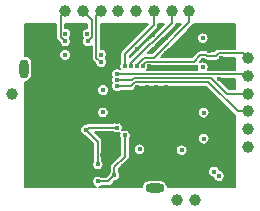
<source format=gbr>
%TF.GenerationSoftware,KiCad,Pcbnew,(5.1.6-0-10_14)*%
%TF.CreationDate,2020-10-05T23:02:53+09:00*%
%TF.ProjectId,RF920A,52463932-3041-42e6-9b69-6361645f7063,rev?*%
%TF.SameCoordinates,Original*%
%TF.FileFunction,Copper,L4,Bot*%
%TF.FilePolarity,Positive*%
%FSLAX46Y46*%
G04 Gerber Fmt 4.6, Leading zero omitted, Abs format (unit mm)*
G04 Created by KiCad (PCBNEW (5.1.6-0-10_14)) date 2020-10-05 23:02:53*
%MOMM*%
%LPD*%
G01*
G04 APERTURE LIST*
%TA.AperFunction,WasherPad*%
%ADD10O,1.600000X0.800000*%
%TD*%
%TA.AperFunction,WasherPad*%
%ADD11O,0.800000X1.600000*%
%TD*%
%TA.AperFunction,ComponentPad*%
%ADD12C,1.000000*%
%TD*%
%TA.AperFunction,ViaPad*%
%ADD13C,0.400000*%
%TD*%
%TA.AperFunction,Conductor*%
%ADD14C,0.200000*%
%TD*%
G04 APERTURE END LIST*
D10*
%TO.P,REF\u002A\u002A,*%
%TO.N,*%
X162075000Y-107000000D03*
D11*
X151000000Y-96875000D03*
%TD*%
D12*
%TO.P,J19,1*%
%TO.N,/SDA*%
X157500000Y-92000000D03*
%TD*%
%TO.P,J17,1*%
%TO.N,GND*%
X170000000Y-103500000D03*
%TD*%
%TO.P,J16,1*%
%TO.N,GND*%
X170000000Y-102000000D03*
%TD*%
%TO.P,J14,1*%
%TO.N,+3.3VA*%
X165500000Y-108000000D03*
%TD*%
%TO.P,J13,1*%
%TO.N,+3.3VA*%
X164000000Y-108000000D03*
%TD*%
%TO.P,J12,1*%
%TO.N,/SCL*%
X156000000Y-92000000D03*
%TD*%
%TO.P,J11,1*%
%TO.N,/WP*%
X154500000Y-92000000D03*
%TD*%
%TO.P,J10,1*%
%TO.N,/RESETN*%
X170000000Y-96000000D03*
%TD*%
%TO.P,J9,1*%
%TO.N,/REGPDIN*%
X165000000Y-92000000D03*
%TD*%
%TO.P,J8,1*%
%TO.N,/SDO*%
X163500000Y-92000000D03*
%TD*%
%TO.P,J7,1*%
%TO.N,/SINTN*%
X162000000Y-92000000D03*
%TD*%
%TO.P,J6,1*%
%TO.N,/SCLK*%
X170000000Y-97500000D03*
%TD*%
%TO.P,J5,1*%
%TO.N,/SCEN*%
X170000000Y-99000000D03*
%TD*%
%TO.P,J4,1*%
%TO.N,/SDI*%
X170000000Y-100500000D03*
%TD*%
%TO.P,J3,1*%
%TO.N,+3V3*%
X160500000Y-92000000D03*
%TD*%
%TO.P,J2,1*%
%TO.N,+3V3*%
X159000000Y-92000000D03*
%TD*%
%TO.P,J1,1*%
%TO.N,Net-(J1-Pad1)*%
X150000000Y-99000000D03*
%TD*%
D13*
%TO.N,GND*%
X152710000Y-106000000D03*
X151710000Y-106000000D03*
X152710000Y-103100000D03*
X151710000Y-103100000D03*
X153710000Y-101180000D03*
X152710000Y-100180000D03*
X153710000Y-100180000D03*
X152710000Y-94760000D03*
X152710000Y-97770000D03*
X152710000Y-95760000D03*
X166000000Y-103800000D03*
X156280000Y-100180000D03*
X156280000Y-99180000D03*
X156280000Y-98180000D03*
X152710000Y-96760000D03*
X154100000Y-106050000D03*
X167990000Y-100830000D03*
X163000000Y-99200000D03*
X162200000Y-99200000D03*
X163000000Y-98400000D03*
X162200000Y-98400000D03*
X162200000Y-100000000D03*
X163000000Y-100000000D03*
X163000000Y-100800000D03*
X162200000Y-100800000D03*
X161400000Y-100800000D03*
X160600000Y-100800000D03*
X161400000Y-100000000D03*
X160600000Y-100000000D03*
X160600000Y-99200000D03*
X161400000Y-98400000D03*
X161400000Y-99200000D03*
X160600000Y-98400000D03*
X158870000Y-101350000D03*
X154210000Y-98300000D03*
X157690000Y-98040000D03*
X157670000Y-99920000D03*
X156280000Y-103480000D03*
X161550000Y-96680000D03*
X163030000Y-95530000D03*
X163060000Y-94290000D03*
X166700000Y-95380000D03*
X167720000Y-94300000D03*
X167550000Y-97780000D03*
X165200000Y-95530000D03*
X166140000Y-96110000D03*
X167670000Y-95980000D03*
X164350000Y-104420000D03*
X162250000Y-105300000D03*
X159350000Y-105110000D03*
X163590000Y-104450000D03*
X163590000Y-103700000D03*
X156270000Y-101430000D03*
X161430000Y-103710000D03*
X160760000Y-105200000D03*
X159300000Y-105900000D03*
X166870000Y-100600000D03*
X166870000Y-101300000D03*
X166870000Y-102800000D03*
X167650000Y-102620000D03*
X165790000Y-106250000D03*
X165750000Y-105200000D03*
X161950000Y-93990000D03*
X157730000Y-94110000D03*
X159250000Y-94130000D03*
X160580000Y-95170000D03*
X167100000Y-104020000D03*
X167500000Y-104400000D03*
X154500000Y-96350000D03*
X157650000Y-104220000D03*
%TO.N,/VDDCP*%
X160790000Y-103710000D03*
X166220000Y-100600000D03*
X166220000Y-102800000D03*
X166140000Y-94300000D03*
%TO.N,+3V3*%
X157700000Y-98690000D03*
X157680000Y-100580000D03*
X157530000Y-95680000D03*
X154510000Y-93910000D03*
X156380000Y-93930000D03*
X154490000Y-95710000D03*
%TO.N,Net-(C45-Pad1)*%
X157250000Y-106420000D03*
X158660000Y-105900000D03*
X159550000Y-102530000D03*
%TO.N,Net-(C46-Pad2)*%
X158870000Y-101860000D03*
X157250000Y-104980000D03*
X156270000Y-102070000D03*
%TO.N,/SDI*%
X158880000Y-98350000D03*
%TO.N,/SCEN*%
X158880000Y-97850000D03*
%TO.N,/SCLK*%
X158870000Y-97350000D03*
%TO.N,/SINTN*%
X159550000Y-96680000D03*
%TO.N,/SDO*%
X160050000Y-96670000D03*
%TO.N,/REGPDIN*%
X160550000Y-96650000D03*
%TO.N,/RESETN*%
X161050000Y-96650000D03*
%TO.N,+3.3VA*%
X164350000Y-103780000D03*
X167100000Y-105600000D03*
X167500000Y-105970000D03*
X166140000Y-96750000D03*
%TO.N,/WP*%
X154500000Y-94570000D03*
%TO.N,/SCL*%
X156390000Y-94570000D03*
%TO.N,/SDA*%
X157520000Y-96330000D03*
%TD*%
D14*
%TO.N,Net-(C45-Pad1)*%
X158140000Y-106420000D02*
X158660000Y-105900000D01*
X157250000Y-106420000D02*
X158140000Y-106420000D01*
X159550000Y-104317998D02*
X159550000Y-102530000D01*
X158660000Y-105207998D02*
X159550000Y-104317998D01*
X158660000Y-105900000D02*
X158660000Y-105207998D01*
%TO.N,Net-(C46-Pad2)*%
X156480000Y-101860000D02*
X156270000Y-102070000D01*
X158870000Y-101860000D02*
X156480000Y-101860000D01*
X157250000Y-103050000D02*
X156270000Y-102070000D01*
X157250000Y-104980000D02*
X157250000Y-103050000D01*
%TO.N,/SDI*%
X169100000Y-100500000D02*
X169774990Y-100500000D01*
X160407999Y-97999999D02*
X166599999Y-97999999D01*
X160057998Y-98350000D02*
X160407999Y-97999999D01*
X166599999Y-97999999D02*
X169100000Y-100500000D01*
X158880000Y-98350000D02*
X160057998Y-98350000D01*
%TO.N,/SCEN*%
X166877987Y-97699989D02*
X168177998Y-99000000D01*
X168177998Y-99000000D02*
X169774990Y-99000000D01*
X160283731Y-97699989D02*
X166877987Y-97699989D01*
X160133720Y-97850000D02*
X160283731Y-97699989D01*
X158880000Y-97850000D02*
X160133720Y-97850000D01*
%TO.N,/SCLK*%
X158870000Y-97350000D02*
X169774990Y-97350000D01*
%TO.N,/SINTN*%
X159550000Y-95607998D02*
X161977998Y-93180000D01*
X159550000Y-96680000D02*
X159550000Y-95607998D01*
X161977998Y-92225010D02*
X162000000Y-92225010D01*
X161977998Y-93180000D02*
X161977998Y-92225010D01*
%TO.N,/SDO*%
X160050000Y-96387158D02*
X161747157Y-94690001D01*
X160050000Y-96670000D02*
X160050000Y-96387158D01*
X163500000Y-93032002D02*
X163500000Y-92225010D01*
X161842001Y-94690001D02*
X163500000Y-93032002D01*
X161747157Y-94690001D02*
X161842001Y-94690001D01*
%TO.N,/REGPDIN*%
X160649999Y-96457999D02*
X161177997Y-95930001D01*
X160649999Y-96570001D02*
X160649999Y-96457999D01*
X160570000Y-96650000D02*
X160649999Y-96570001D01*
X160550000Y-96650000D02*
X160570000Y-96650000D01*
X162012001Y-95930001D02*
X165000000Y-92942002D01*
X165000000Y-92942002D02*
X165000000Y-92225010D01*
X161177997Y-95930001D02*
X162012001Y-95930001D01*
%TO.N,/RESETN*%
X161050000Y-96650000D02*
X161050000Y-96482276D01*
X167477999Y-95579999D02*
X169579999Y-95579999D01*
X169579999Y-95579999D02*
X169774990Y-95774990D01*
X167269999Y-95787999D02*
X167477999Y-95579999D01*
X166515997Y-95787999D02*
X167269999Y-95787999D01*
X166437997Y-95709999D02*
X166515997Y-95787999D01*
X165947999Y-95709999D02*
X166437997Y-95709999D01*
X161357999Y-96279999D02*
X165377999Y-96279999D01*
X165377999Y-96279999D02*
X165947999Y-95709999D01*
X161050000Y-96587998D02*
X161357999Y-96279999D01*
X161050000Y-96650000D02*
X161050000Y-96587998D01*
%TO.N,/WP*%
X154274990Y-92225010D02*
X154500000Y-92225010D01*
X154109999Y-92390001D02*
X154274990Y-92225010D01*
X154109999Y-94179999D02*
X154109999Y-92390001D01*
X154500000Y-94570000D02*
X154109999Y-94179999D01*
%TO.N,/SCL*%
X156780001Y-92780001D02*
X156225010Y-92225010D01*
X156780001Y-94179999D02*
X156780001Y-92780001D01*
X156225010Y-92225010D02*
X156000000Y-92225010D01*
X156390000Y-94570000D02*
X156780001Y-94179999D01*
%TO.N,/SDA*%
X157274990Y-92225010D02*
X157500000Y-92225010D01*
X157129999Y-92370001D02*
X157274990Y-92225010D01*
X157129999Y-95939999D02*
X157129999Y-92370001D01*
X157520000Y-96330000D02*
X157129999Y-95939999D01*
%TD*%
%TO.N,GND*%
G36*
X153709999Y-94160352D02*
G01*
X153708064Y-94179999D01*
X153709999Y-94199645D01*
X153715787Y-94258412D01*
X153738659Y-94333812D01*
X153775802Y-94403301D01*
X153825788Y-94464210D01*
X153841051Y-94476736D01*
X154004082Y-94639767D01*
X154019215Y-94715845D01*
X154056906Y-94806839D01*
X154111625Y-94888731D01*
X154181269Y-94958375D01*
X154263161Y-95013094D01*
X154354155Y-95050785D01*
X154450754Y-95070000D01*
X154549246Y-95070000D01*
X154645845Y-95050785D01*
X154736839Y-95013094D01*
X154818731Y-94958375D01*
X154888375Y-94888731D01*
X154943094Y-94806839D01*
X154980785Y-94715845D01*
X155000000Y-94619246D01*
X155000000Y-94520754D01*
X154980785Y-94424155D01*
X154943094Y-94333161D01*
X154888375Y-94251269D01*
X154882106Y-94245000D01*
X154898375Y-94228731D01*
X154953094Y-94146839D01*
X154990785Y-94055845D01*
X155010000Y-93959246D01*
X155010000Y-93860754D01*
X154990785Y-93764155D01*
X154953094Y-93673161D01*
X154898375Y-93591269D01*
X154828731Y-93521625D01*
X154746839Y-93466906D01*
X154655845Y-93429215D01*
X154559246Y-93410000D01*
X154509999Y-93410000D01*
X154509999Y-93100000D01*
X156380002Y-93100000D01*
X156380002Y-93430000D01*
X156330754Y-93430000D01*
X156234155Y-93449215D01*
X156143161Y-93486906D01*
X156061269Y-93541625D01*
X155991625Y-93611269D01*
X155936906Y-93693161D01*
X155899215Y-93784155D01*
X155880000Y-93880754D01*
X155880000Y-93979246D01*
X155899215Y-94075845D01*
X155936906Y-94166839D01*
X155991625Y-94248731D01*
X155998636Y-94255742D01*
X155946906Y-94333161D01*
X155909215Y-94424155D01*
X155890000Y-94520754D01*
X155890000Y-94619246D01*
X155909215Y-94715845D01*
X155946906Y-94806839D01*
X156001625Y-94888731D01*
X156071269Y-94958375D01*
X156153161Y-95013094D01*
X156244155Y-95050785D01*
X156340754Y-95070000D01*
X156439246Y-95070000D01*
X156535845Y-95050785D01*
X156626839Y-95013094D01*
X156708731Y-94958375D01*
X156729999Y-94937107D01*
X156729999Y-95920352D01*
X156728064Y-95939999D01*
X156729999Y-95959645D01*
X156735787Y-96018412D01*
X156758659Y-96093812D01*
X156795802Y-96163301D01*
X156845788Y-96224210D01*
X156861051Y-96236736D01*
X157024082Y-96399767D01*
X157039215Y-96475845D01*
X157076906Y-96566839D01*
X157131625Y-96648731D01*
X157201269Y-96718375D01*
X157283161Y-96773094D01*
X157374155Y-96810785D01*
X157470754Y-96830000D01*
X157569246Y-96830000D01*
X157665845Y-96810785D01*
X157756839Y-96773094D01*
X157838731Y-96718375D01*
X157908375Y-96648731D01*
X157963094Y-96566839D01*
X158000785Y-96475845D01*
X158020000Y-96379246D01*
X158020000Y-96280754D01*
X158000785Y-96184155D01*
X157963094Y-96093161D01*
X157908375Y-96011269D01*
X157907106Y-96010000D01*
X157918375Y-95998731D01*
X157973094Y-95916839D01*
X158010785Y-95825845D01*
X158030000Y-95729246D01*
X158030000Y-95630754D01*
X158010785Y-95534155D01*
X157973094Y-95443161D01*
X157918375Y-95361269D01*
X157848731Y-95291625D01*
X157766839Y-95236906D01*
X157675845Y-95199215D01*
X157579246Y-95180000D01*
X157529999Y-95180000D01*
X157529999Y-93100000D01*
X161492313Y-93100000D01*
X159281048Y-95311265D01*
X159265790Y-95323787D01*
X159253268Y-95339045D01*
X159253265Y-95339048D01*
X159215803Y-95384696D01*
X159178661Y-95454184D01*
X159155788Y-95529585D01*
X159148065Y-95607998D01*
X159150001Y-95627654D01*
X159150000Y-96378666D01*
X159106906Y-96443161D01*
X159069215Y-96534155D01*
X159050000Y-96630754D01*
X159050000Y-96729246D01*
X159069215Y-96825845D01*
X159101953Y-96904882D01*
X159015845Y-96869215D01*
X158919246Y-96850000D01*
X158820754Y-96850000D01*
X158724155Y-96869215D01*
X158633161Y-96906906D01*
X158551269Y-96961625D01*
X158481625Y-97031269D01*
X158426906Y-97113161D01*
X158389215Y-97204155D01*
X158370000Y-97300754D01*
X158370000Y-97399246D01*
X158389215Y-97495845D01*
X158426906Y-97586839D01*
X158440700Y-97607483D01*
X158436906Y-97613161D01*
X158399215Y-97704155D01*
X158380000Y-97800754D01*
X158380000Y-97899246D01*
X158399215Y-97995845D01*
X158436906Y-98086839D01*
X158445700Y-98100000D01*
X158436906Y-98113161D01*
X158399215Y-98204155D01*
X158380000Y-98300754D01*
X158380000Y-98399246D01*
X158399215Y-98495845D01*
X158436906Y-98586839D01*
X158491625Y-98668731D01*
X158561269Y-98738375D01*
X158643161Y-98793094D01*
X158734155Y-98830785D01*
X158830754Y-98850000D01*
X158929246Y-98850000D01*
X159025845Y-98830785D01*
X159116839Y-98793094D01*
X159181333Y-98750000D01*
X160038352Y-98750000D01*
X160057998Y-98751935D01*
X160077644Y-98750000D01*
X160077645Y-98750000D01*
X160136412Y-98744212D01*
X160211812Y-98721340D01*
X160281301Y-98684197D01*
X160342209Y-98634211D01*
X160354735Y-98618948D01*
X160573685Y-98399999D01*
X166434314Y-98399999D01*
X168803267Y-100768953D01*
X168815789Y-100784211D01*
X168831047Y-100796733D01*
X168831049Y-100796735D01*
X168855546Y-100816839D01*
X168876697Y-100834197D01*
X168900000Y-100846653D01*
X168900000Y-101851108D01*
X168891856Y-101892335D01*
X168892145Y-102110592D01*
X168900000Y-102149811D01*
X168900000Y-103351108D01*
X168891856Y-103392335D01*
X168892145Y-103610592D01*
X168900000Y-103649811D01*
X168900000Y-106900000D01*
X163168538Y-106900000D01*
X163164872Y-106862776D01*
X163124845Y-106730825D01*
X163059845Y-106609219D01*
X162972370Y-106502630D01*
X162865781Y-106415155D01*
X162744175Y-106350155D01*
X162612224Y-106310128D01*
X162509390Y-106300000D01*
X161640610Y-106300000D01*
X161537776Y-106310128D01*
X161405825Y-106350155D01*
X161284219Y-106415155D01*
X161177630Y-106502630D01*
X161090155Y-106609219D01*
X161025155Y-106730825D01*
X160985128Y-106862776D01*
X160981462Y-106900000D01*
X157397740Y-106900000D01*
X157486839Y-106863094D01*
X157551333Y-106820000D01*
X158120354Y-106820000D01*
X158140000Y-106821935D01*
X158159646Y-106820000D01*
X158159647Y-106820000D01*
X158218414Y-106814212D01*
X158293814Y-106791340D01*
X158363303Y-106754197D01*
X158424211Y-106704211D01*
X158436737Y-106688948D01*
X158729768Y-106395918D01*
X158805845Y-106380785D01*
X158896839Y-106343094D01*
X158978731Y-106288375D01*
X159048375Y-106218731D01*
X159103094Y-106136839D01*
X159140785Y-106045845D01*
X159160000Y-105949246D01*
X159160000Y-105850754D01*
X159140785Y-105754155D01*
X159103094Y-105663161D01*
X159060000Y-105598667D01*
X159060000Y-105550754D01*
X166600000Y-105550754D01*
X166600000Y-105649246D01*
X166619215Y-105745845D01*
X166656906Y-105836839D01*
X166711625Y-105918731D01*
X166781269Y-105988375D01*
X166863161Y-106043094D01*
X166954155Y-106080785D01*
X167014634Y-106092815D01*
X167019215Y-106115845D01*
X167056906Y-106206839D01*
X167111625Y-106288731D01*
X167181269Y-106358375D01*
X167263161Y-106413094D01*
X167354155Y-106450785D01*
X167450754Y-106470000D01*
X167549246Y-106470000D01*
X167645845Y-106450785D01*
X167736839Y-106413094D01*
X167818731Y-106358375D01*
X167888375Y-106288731D01*
X167943094Y-106206839D01*
X167980785Y-106115845D01*
X168000000Y-106019246D01*
X168000000Y-105920754D01*
X167980785Y-105824155D01*
X167943094Y-105733161D01*
X167888375Y-105651269D01*
X167818731Y-105581625D01*
X167736839Y-105526906D01*
X167645845Y-105489215D01*
X167585366Y-105477185D01*
X167580785Y-105454155D01*
X167543094Y-105363161D01*
X167488375Y-105281269D01*
X167418731Y-105211625D01*
X167336839Y-105156906D01*
X167245845Y-105119215D01*
X167149246Y-105100000D01*
X167050754Y-105100000D01*
X166954155Y-105119215D01*
X166863161Y-105156906D01*
X166781269Y-105211625D01*
X166711625Y-105281269D01*
X166656906Y-105363161D01*
X166619215Y-105454155D01*
X166600000Y-105550754D01*
X159060000Y-105550754D01*
X159060000Y-105373683D01*
X159818954Y-104614730D01*
X159834211Y-104602209D01*
X159884197Y-104541301D01*
X159921340Y-104471812D01*
X159944212Y-104396412D01*
X159950000Y-104337645D01*
X159950000Y-104337643D01*
X159951935Y-104317999D01*
X159950000Y-104298355D01*
X159950000Y-103660754D01*
X160290000Y-103660754D01*
X160290000Y-103759246D01*
X160309215Y-103855845D01*
X160346906Y-103946839D01*
X160401625Y-104028731D01*
X160471269Y-104098375D01*
X160553161Y-104153094D01*
X160644155Y-104190785D01*
X160740754Y-104210000D01*
X160839246Y-104210000D01*
X160935845Y-104190785D01*
X161026839Y-104153094D01*
X161108731Y-104098375D01*
X161178375Y-104028731D01*
X161233094Y-103946839D01*
X161270785Y-103855845D01*
X161290000Y-103759246D01*
X161290000Y-103730754D01*
X163850000Y-103730754D01*
X163850000Y-103829246D01*
X163869215Y-103925845D01*
X163906906Y-104016839D01*
X163961625Y-104098731D01*
X164031269Y-104168375D01*
X164113161Y-104223094D01*
X164204155Y-104260785D01*
X164300754Y-104280000D01*
X164399246Y-104280000D01*
X164495845Y-104260785D01*
X164586839Y-104223094D01*
X164668731Y-104168375D01*
X164738375Y-104098731D01*
X164793094Y-104016839D01*
X164830785Y-103925845D01*
X164850000Y-103829246D01*
X164850000Y-103730754D01*
X164830785Y-103634155D01*
X164793094Y-103543161D01*
X164738375Y-103461269D01*
X164668731Y-103391625D01*
X164586839Y-103336906D01*
X164495845Y-103299215D01*
X164399246Y-103280000D01*
X164300754Y-103280000D01*
X164204155Y-103299215D01*
X164113161Y-103336906D01*
X164031269Y-103391625D01*
X163961625Y-103461269D01*
X163906906Y-103543161D01*
X163869215Y-103634155D01*
X163850000Y-103730754D01*
X161290000Y-103730754D01*
X161290000Y-103660754D01*
X161270785Y-103564155D01*
X161233094Y-103473161D01*
X161178375Y-103391269D01*
X161108731Y-103321625D01*
X161026839Y-103266906D01*
X160935845Y-103229215D01*
X160839246Y-103210000D01*
X160740754Y-103210000D01*
X160644155Y-103229215D01*
X160553161Y-103266906D01*
X160471269Y-103321625D01*
X160401625Y-103391269D01*
X160346906Y-103473161D01*
X160309215Y-103564155D01*
X160290000Y-103660754D01*
X159950000Y-103660754D01*
X159950000Y-102831333D01*
X159993094Y-102766839D01*
X159999756Y-102750754D01*
X165720000Y-102750754D01*
X165720000Y-102849246D01*
X165739215Y-102945845D01*
X165776906Y-103036839D01*
X165831625Y-103118731D01*
X165901269Y-103188375D01*
X165983161Y-103243094D01*
X166074155Y-103280785D01*
X166170754Y-103300000D01*
X166269246Y-103300000D01*
X166365845Y-103280785D01*
X166456839Y-103243094D01*
X166538731Y-103188375D01*
X166608375Y-103118731D01*
X166663094Y-103036839D01*
X166700785Y-102945845D01*
X166720000Y-102849246D01*
X166720000Y-102750754D01*
X166700785Y-102654155D01*
X166663094Y-102563161D01*
X166608375Y-102481269D01*
X166538731Y-102411625D01*
X166456839Y-102356906D01*
X166365845Y-102319215D01*
X166269246Y-102300000D01*
X166170754Y-102300000D01*
X166074155Y-102319215D01*
X165983161Y-102356906D01*
X165901269Y-102411625D01*
X165831625Y-102481269D01*
X165776906Y-102563161D01*
X165739215Y-102654155D01*
X165720000Y-102750754D01*
X159999756Y-102750754D01*
X160030785Y-102675845D01*
X160050000Y-102579246D01*
X160050000Y-102480754D01*
X160030785Y-102384155D01*
X159993094Y-102293161D01*
X159938375Y-102211269D01*
X159868731Y-102141625D01*
X159786839Y-102086906D01*
X159695845Y-102049215D01*
X159599246Y-102030000D01*
X159500754Y-102030000D01*
X159404155Y-102049215D01*
X159318047Y-102084882D01*
X159350785Y-102005845D01*
X159370000Y-101909246D01*
X159370000Y-101810754D01*
X159350785Y-101714155D01*
X159313094Y-101623161D01*
X159258375Y-101541269D01*
X159188731Y-101471625D01*
X159106839Y-101416906D01*
X159015845Y-101379215D01*
X158919246Y-101360000D01*
X158820754Y-101360000D01*
X158724155Y-101379215D01*
X158633161Y-101416906D01*
X158568667Y-101460000D01*
X156499647Y-101460000D01*
X156480000Y-101458065D01*
X156401586Y-101465788D01*
X156326185Y-101488660D01*
X156291442Y-101507231D01*
X156256697Y-101525803D01*
X156197113Y-101574703D01*
X156124155Y-101589215D01*
X156033161Y-101626906D01*
X155951269Y-101681625D01*
X155881625Y-101751269D01*
X155826906Y-101833161D01*
X155789215Y-101924155D01*
X155770000Y-102020754D01*
X155770000Y-102119246D01*
X155789215Y-102215845D01*
X155826906Y-102306839D01*
X155881625Y-102388731D01*
X155951269Y-102458375D01*
X156033161Y-102513094D01*
X156124155Y-102550785D01*
X156200233Y-102565918D01*
X156850001Y-103215687D01*
X156850000Y-104678667D01*
X156806906Y-104743161D01*
X156769215Y-104834155D01*
X156750000Y-104930754D01*
X156750000Y-105029246D01*
X156769215Y-105125845D01*
X156806906Y-105216839D01*
X156861625Y-105298731D01*
X156931269Y-105368375D01*
X157013161Y-105423094D01*
X157104155Y-105460785D01*
X157200754Y-105480000D01*
X157299246Y-105480000D01*
X157395845Y-105460785D01*
X157486839Y-105423094D01*
X157568731Y-105368375D01*
X157638375Y-105298731D01*
X157693094Y-105216839D01*
X157730785Y-105125845D01*
X157750000Y-105029246D01*
X157750000Y-104930754D01*
X157730785Y-104834155D01*
X157693094Y-104743161D01*
X157650000Y-104678667D01*
X157650000Y-103069635D01*
X157651934Y-103049999D01*
X157650000Y-103030363D01*
X157650000Y-103030353D01*
X157644212Y-102971586D01*
X157621340Y-102896186D01*
X157584197Y-102826697D01*
X157534211Y-102765789D01*
X157518953Y-102753267D01*
X157025685Y-102260000D01*
X158568667Y-102260000D01*
X158633161Y-102303094D01*
X158724155Y-102340785D01*
X158820754Y-102360000D01*
X158919246Y-102360000D01*
X159015845Y-102340785D01*
X159101953Y-102305118D01*
X159069215Y-102384155D01*
X159050000Y-102480754D01*
X159050000Y-102579246D01*
X159069215Y-102675845D01*
X159106906Y-102766839D01*
X159150001Y-102831334D01*
X159150000Y-104152312D01*
X158391048Y-104911265D01*
X158375790Y-104923787D01*
X158363268Y-104939045D01*
X158363265Y-104939048D01*
X158325803Y-104984696D01*
X158288661Y-105054184D01*
X158265788Y-105129585D01*
X158258065Y-105207998D01*
X158260001Y-105227654D01*
X158260000Y-105598666D01*
X158216906Y-105663161D01*
X158179215Y-105754155D01*
X158164082Y-105830232D01*
X157974315Y-106020000D01*
X157551333Y-106020000D01*
X157486839Y-105976906D01*
X157395845Y-105939215D01*
X157299246Y-105920000D01*
X157200754Y-105920000D01*
X157104155Y-105939215D01*
X157013161Y-105976906D01*
X156931269Y-106031625D01*
X156861625Y-106101269D01*
X156806906Y-106183161D01*
X156769215Y-106274155D01*
X156750000Y-106370754D01*
X156750000Y-106469246D01*
X156769215Y-106565845D01*
X156806906Y-106656839D01*
X156861625Y-106738731D01*
X156931269Y-106808375D01*
X157013161Y-106863094D01*
X157102260Y-106900000D01*
X151100000Y-106900000D01*
X151100000Y-100530754D01*
X157180000Y-100530754D01*
X157180000Y-100629246D01*
X157199215Y-100725845D01*
X157236906Y-100816839D01*
X157291625Y-100898731D01*
X157361269Y-100968375D01*
X157443161Y-101023094D01*
X157534155Y-101060785D01*
X157630754Y-101080000D01*
X157729246Y-101080000D01*
X157825845Y-101060785D01*
X157916839Y-101023094D01*
X157998731Y-100968375D01*
X158068375Y-100898731D01*
X158123094Y-100816839D01*
X158160785Y-100725845D01*
X158180000Y-100629246D01*
X158180000Y-100550754D01*
X165720000Y-100550754D01*
X165720000Y-100649246D01*
X165739215Y-100745845D01*
X165776906Y-100836839D01*
X165831625Y-100918731D01*
X165901269Y-100988375D01*
X165983161Y-101043094D01*
X166074155Y-101080785D01*
X166170754Y-101100000D01*
X166269246Y-101100000D01*
X166365845Y-101080785D01*
X166456839Y-101043094D01*
X166538731Y-100988375D01*
X166608375Y-100918731D01*
X166663094Y-100836839D01*
X166700785Y-100745845D01*
X166720000Y-100649246D01*
X166720000Y-100550754D01*
X166700785Y-100454155D01*
X166663094Y-100363161D01*
X166608375Y-100281269D01*
X166538731Y-100211625D01*
X166456839Y-100156906D01*
X166365845Y-100119215D01*
X166269246Y-100100000D01*
X166170754Y-100100000D01*
X166074155Y-100119215D01*
X165983161Y-100156906D01*
X165901269Y-100211625D01*
X165831625Y-100281269D01*
X165776906Y-100363161D01*
X165739215Y-100454155D01*
X165720000Y-100550754D01*
X158180000Y-100550754D01*
X158180000Y-100530754D01*
X158160785Y-100434155D01*
X158123094Y-100343161D01*
X158068375Y-100261269D01*
X157998731Y-100191625D01*
X157916839Y-100136906D01*
X157825845Y-100099215D01*
X157729246Y-100080000D01*
X157630754Y-100080000D01*
X157534155Y-100099215D01*
X157443161Y-100136906D01*
X157361269Y-100191625D01*
X157291625Y-100261269D01*
X157236906Y-100343161D01*
X157199215Y-100434155D01*
X157180000Y-100530754D01*
X151100000Y-100530754D01*
X151100000Y-98640754D01*
X157200000Y-98640754D01*
X157200000Y-98739246D01*
X157219215Y-98835845D01*
X157256906Y-98926839D01*
X157311625Y-99008731D01*
X157381269Y-99078375D01*
X157463161Y-99133094D01*
X157554155Y-99170785D01*
X157650754Y-99190000D01*
X157749246Y-99190000D01*
X157845845Y-99170785D01*
X157936839Y-99133094D01*
X158018731Y-99078375D01*
X158088375Y-99008731D01*
X158143094Y-98926839D01*
X158180785Y-98835845D01*
X158200000Y-98739246D01*
X158200000Y-98640754D01*
X158180785Y-98544155D01*
X158143094Y-98453161D01*
X158088375Y-98371269D01*
X158018731Y-98301625D01*
X157936839Y-98246906D01*
X157845845Y-98209215D01*
X157749246Y-98190000D01*
X157650754Y-98190000D01*
X157554155Y-98209215D01*
X157463161Y-98246906D01*
X157381269Y-98301625D01*
X157311625Y-98371269D01*
X157256906Y-98453161D01*
X157219215Y-98544155D01*
X157200000Y-98640754D01*
X151100000Y-98640754D01*
X151100000Y-97968538D01*
X151137224Y-97964872D01*
X151269175Y-97924845D01*
X151390781Y-97859845D01*
X151497370Y-97772370D01*
X151584845Y-97665781D01*
X151649845Y-97544175D01*
X151689872Y-97412224D01*
X151700000Y-97309390D01*
X151700000Y-96440610D01*
X151689872Y-96337776D01*
X151649845Y-96205825D01*
X151584845Y-96084219D01*
X151497369Y-95977630D01*
X151390780Y-95890155D01*
X151269174Y-95825155D01*
X151137223Y-95785128D01*
X151100000Y-95781462D01*
X151100000Y-95660754D01*
X153990000Y-95660754D01*
X153990000Y-95759246D01*
X154009215Y-95855845D01*
X154046906Y-95946839D01*
X154101625Y-96028731D01*
X154171269Y-96098375D01*
X154253161Y-96153094D01*
X154344155Y-96190785D01*
X154440754Y-96210000D01*
X154539246Y-96210000D01*
X154635845Y-96190785D01*
X154726839Y-96153094D01*
X154808731Y-96098375D01*
X154878375Y-96028731D01*
X154933094Y-95946839D01*
X154970785Y-95855845D01*
X154990000Y-95759246D01*
X154990000Y-95660754D01*
X154970785Y-95564155D01*
X154933094Y-95473161D01*
X154878375Y-95391269D01*
X154808731Y-95321625D01*
X154726839Y-95266906D01*
X154635845Y-95229215D01*
X154539246Y-95210000D01*
X154440754Y-95210000D01*
X154344155Y-95229215D01*
X154253161Y-95266906D01*
X154171269Y-95321625D01*
X154101625Y-95391269D01*
X154046906Y-95473161D01*
X154009215Y-95564155D01*
X153990000Y-95660754D01*
X151100000Y-95660754D01*
X151100000Y-93100000D01*
X153710000Y-93100000D01*
X153709999Y-94160352D01*
G37*
X153709999Y-94160352D02*
X153708064Y-94179999D01*
X153709999Y-94199645D01*
X153715787Y-94258412D01*
X153738659Y-94333812D01*
X153775802Y-94403301D01*
X153825788Y-94464210D01*
X153841051Y-94476736D01*
X154004082Y-94639767D01*
X154019215Y-94715845D01*
X154056906Y-94806839D01*
X154111625Y-94888731D01*
X154181269Y-94958375D01*
X154263161Y-95013094D01*
X154354155Y-95050785D01*
X154450754Y-95070000D01*
X154549246Y-95070000D01*
X154645845Y-95050785D01*
X154736839Y-95013094D01*
X154818731Y-94958375D01*
X154888375Y-94888731D01*
X154943094Y-94806839D01*
X154980785Y-94715845D01*
X155000000Y-94619246D01*
X155000000Y-94520754D01*
X154980785Y-94424155D01*
X154943094Y-94333161D01*
X154888375Y-94251269D01*
X154882106Y-94245000D01*
X154898375Y-94228731D01*
X154953094Y-94146839D01*
X154990785Y-94055845D01*
X155010000Y-93959246D01*
X155010000Y-93860754D01*
X154990785Y-93764155D01*
X154953094Y-93673161D01*
X154898375Y-93591269D01*
X154828731Y-93521625D01*
X154746839Y-93466906D01*
X154655845Y-93429215D01*
X154559246Y-93410000D01*
X154509999Y-93410000D01*
X154509999Y-93100000D01*
X156380002Y-93100000D01*
X156380002Y-93430000D01*
X156330754Y-93430000D01*
X156234155Y-93449215D01*
X156143161Y-93486906D01*
X156061269Y-93541625D01*
X155991625Y-93611269D01*
X155936906Y-93693161D01*
X155899215Y-93784155D01*
X155880000Y-93880754D01*
X155880000Y-93979246D01*
X155899215Y-94075845D01*
X155936906Y-94166839D01*
X155991625Y-94248731D01*
X155998636Y-94255742D01*
X155946906Y-94333161D01*
X155909215Y-94424155D01*
X155890000Y-94520754D01*
X155890000Y-94619246D01*
X155909215Y-94715845D01*
X155946906Y-94806839D01*
X156001625Y-94888731D01*
X156071269Y-94958375D01*
X156153161Y-95013094D01*
X156244155Y-95050785D01*
X156340754Y-95070000D01*
X156439246Y-95070000D01*
X156535845Y-95050785D01*
X156626839Y-95013094D01*
X156708731Y-94958375D01*
X156729999Y-94937107D01*
X156729999Y-95920352D01*
X156728064Y-95939999D01*
X156729999Y-95959645D01*
X156735787Y-96018412D01*
X156758659Y-96093812D01*
X156795802Y-96163301D01*
X156845788Y-96224210D01*
X156861051Y-96236736D01*
X157024082Y-96399767D01*
X157039215Y-96475845D01*
X157076906Y-96566839D01*
X157131625Y-96648731D01*
X157201269Y-96718375D01*
X157283161Y-96773094D01*
X157374155Y-96810785D01*
X157470754Y-96830000D01*
X157569246Y-96830000D01*
X157665845Y-96810785D01*
X157756839Y-96773094D01*
X157838731Y-96718375D01*
X157908375Y-96648731D01*
X157963094Y-96566839D01*
X158000785Y-96475845D01*
X158020000Y-96379246D01*
X158020000Y-96280754D01*
X158000785Y-96184155D01*
X157963094Y-96093161D01*
X157908375Y-96011269D01*
X157907106Y-96010000D01*
X157918375Y-95998731D01*
X157973094Y-95916839D01*
X158010785Y-95825845D01*
X158030000Y-95729246D01*
X158030000Y-95630754D01*
X158010785Y-95534155D01*
X157973094Y-95443161D01*
X157918375Y-95361269D01*
X157848731Y-95291625D01*
X157766839Y-95236906D01*
X157675845Y-95199215D01*
X157579246Y-95180000D01*
X157529999Y-95180000D01*
X157529999Y-93100000D01*
X161492313Y-93100000D01*
X159281048Y-95311265D01*
X159265790Y-95323787D01*
X159253268Y-95339045D01*
X159253265Y-95339048D01*
X159215803Y-95384696D01*
X159178661Y-95454184D01*
X159155788Y-95529585D01*
X159148065Y-95607998D01*
X159150001Y-95627654D01*
X159150000Y-96378666D01*
X159106906Y-96443161D01*
X159069215Y-96534155D01*
X159050000Y-96630754D01*
X159050000Y-96729246D01*
X159069215Y-96825845D01*
X159101953Y-96904882D01*
X159015845Y-96869215D01*
X158919246Y-96850000D01*
X158820754Y-96850000D01*
X158724155Y-96869215D01*
X158633161Y-96906906D01*
X158551269Y-96961625D01*
X158481625Y-97031269D01*
X158426906Y-97113161D01*
X158389215Y-97204155D01*
X158370000Y-97300754D01*
X158370000Y-97399246D01*
X158389215Y-97495845D01*
X158426906Y-97586839D01*
X158440700Y-97607483D01*
X158436906Y-97613161D01*
X158399215Y-97704155D01*
X158380000Y-97800754D01*
X158380000Y-97899246D01*
X158399215Y-97995845D01*
X158436906Y-98086839D01*
X158445700Y-98100000D01*
X158436906Y-98113161D01*
X158399215Y-98204155D01*
X158380000Y-98300754D01*
X158380000Y-98399246D01*
X158399215Y-98495845D01*
X158436906Y-98586839D01*
X158491625Y-98668731D01*
X158561269Y-98738375D01*
X158643161Y-98793094D01*
X158734155Y-98830785D01*
X158830754Y-98850000D01*
X158929246Y-98850000D01*
X159025845Y-98830785D01*
X159116839Y-98793094D01*
X159181333Y-98750000D01*
X160038352Y-98750000D01*
X160057998Y-98751935D01*
X160077644Y-98750000D01*
X160077645Y-98750000D01*
X160136412Y-98744212D01*
X160211812Y-98721340D01*
X160281301Y-98684197D01*
X160342209Y-98634211D01*
X160354735Y-98618948D01*
X160573685Y-98399999D01*
X166434314Y-98399999D01*
X168803267Y-100768953D01*
X168815789Y-100784211D01*
X168831047Y-100796733D01*
X168831049Y-100796735D01*
X168855546Y-100816839D01*
X168876697Y-100834197D01*
X168900000Y-100846653D01*
X168900000Y-101851108D01*
X168891856Y-101892335D01*
X168892145Y-102110592D01*
X168900000Y-102149811D01*
X168900000Y-103351108D01*
X168891856Y-103392335D01*
X168892145Y-103610592D01*
X168900000Y-103649811D01*
X168900000Y-106900000D01*
X163168538Y-106900000D01*
X163164872Y-106862776D01*
X163124845Y-106730825D01*
X163059845Y-106609219D01*
X162972370Y-106502630D01*
X162865781Y-106415155D01*
X162744175Y-106350155D01*
X162612224Y-106310128D01*
X162509390Y-106300000D01*
X161640610Y-106300000D01*
X161537776Y-106310128D01*
X161405825Y-106350155D01*
X161284219Y-106415155D01*
X161177630Y-106502630D01*
X161090155Y-106609219D01*
X161025155Y-106730825D01*
X160985128Y-106862776D01*
X160981462Y-106900000D01*
X157397740Y-106900000D01*
X157486839Y-106863094D01*
X157551333Y-106820000D01*
X158120354Y-106820000D01*
X158140000Y-106821935D01*
X158159646Y-106820000D01*
X158159647Y-106820000D01*
X158218414Y-106814212D01*
X158293814Y-106791340D01*
X158363303Y-106754197D01*
X158424211Y-106704211D01*
X158436737Y-106688948D01*
X158729768Y-106395918D01*
X158805845Y-106380785D01*
X158896839Y-106343094D01*
X158978731Y-106288375D01*
X159048375Y-106218731D01*
X159103094Y-106136839D01*
X159140785Y-106045845D01*
X159160000Y-105949246D01*
X159160000Y-105850754D01*
X159140785Y-105754155D01*
X159103094Y-105663161D01*
X159060000Y-105598667D01*
X159060000Y-105550754D01*
X166600000Y-105550754D01*
X166600000Y-105649246D01*
X166619215Y-105745845D01*
X166656906Y-105836839D01*
X166711625Y-105918731D01*
X166781269Y-105988375D01*
X166863161Y-106043094D01*
X166954155Y-106080785D01*
X167014634Y-106092815D01*
X167019215Y-106115845D01*
X167056906Y-106206839D01*
X167111625Y-106288731D01*
X167181269Y-106358375D01*
X167263161Y-106413094D01*
X167354155Y-106450785D01*
X167450754Y-106470000D01*
X167549246Y-106470000D01*
X167645845Y-106450785D01*
X167736839Y-106413094D01*
X167818731Y-106358375D01*
X167888375Y-106288731D01*
X167943094Y-106206839D01*
X167980785Y-106115845D01*
X168000000Y-106019246D01*
X168000000Y-105920754D01*
X167980785Y-105824155D01*
X167943094Y-105733161D01*
X167888375Y-105651269D01*
X167818731Y-105581625D01*
X167736839Y-105526906D01*
X167645845Y-105489215D01*
X167585366Y-105477185D01*
X167580785Y-105454155D01*
X167543094Y-105363161D01*
X167488375Y-105281269D01*
X167418731Y-105211625D01*
X167336839Y-105156906D01*
X167245845Y-105119215D01*
X167149246Y-105100000D01*
X167050754Y-105100000D01*
X166954155Y-105119215D01*
X166863161Y-105156906D01*
X166781269Y-105211625D01*
X166711625Y-105281269D01*
X166656906Y-105363161D01*
X166619215Y-105454155D01*
X166600000Y-105550754D01*
X159060000Y-105550754D01*
X159060000Y-105373683D01*
X159818954Y-104614730D01*
X159834211Y-104602209D01*
X159884197Y-104541301D01*
X159921340Y-104471812D01*
X159944212Y-104396412D01*
X159950000Y-104337645D01*
X159950000Y-104337643D01*
X159951935Y-104317999D01*
X159950000Y-104298355D01*
X159950000Y-103660754D01*
X160290000Y-103660754D01*
X160290000Y-103759246D01*
X160309215Y-103855845D01*
X160346906Y-103946839D01*
X160401625Y-104028731D01*
X160471269Y-104098375D01*
X160553161Y-104153094D01*
X160644155Y-104190785D01*
X160740754Y-104210000D01*
X160839246Y-104210000D01*
X160935845Y-104190785D01*
X161026839Y-104153094D01*
X161108731Y-104098375D01*
X161178375Y-104028731D01*
X161233094Y-103946839D01*
X161270785Y-103855845D01*
X161290000Y-103759246D01*
X161290000Y-103730754D01*
X163850000Y-103730754D01*
X163850000Y-103829246D01*
X163869215Y-103925845D01*
X163906906Y-104016839D01*
X163961625Y-104098731D01*
X164031269Y-104168375D01*
X164113161Y-104223094D01*
X164204155Y-104260785D01*
X164300754Y-104280000D01*
X164399246Y-104280000D01*
X164495845Y-104260785D01*
X164586839Y-104223094D01*
X164668731Y-104168375D01*
X164738375Y-104098731D01*
X164793094Y-104016839D01*
X164830785Y-103925845D01*
X164850000Y-103829246D01*
X164850000Y-103730754D01*
X164830785Y-103634155D01*
X164793094Y-103543161D01*
X164738375Y-103461269D01*
X164668731Y-103391625D01*
X164586839Y-103336906D01*
X164495845Y-103299215D01*
X164399246Y-103280000D01*
X164300754Y-103280000D01*
X164204155Y-103299215D01*
X164113161Y-103336906D01*
X164031269Y-103391625D01*
X163961625Y-103461269D01*
X163906906Y-103543161D01*
X163869215Y-103634155D01*
X163850000Y-103730754D01*
X161290000Y-103730754D01*
X161290000Y-103660754D01*
X161270785Y-103564155D01*
X161233094Y-103473161D01*
X161178375Y-103391269D01*
X161108731Y-103321625D01*
X161026839Y-103266906D01*
X160935845Y-103229215D01*
X160839246Y-103210000D01*
X160740754Y-103210000D01*
X160644155Y-103229215D01*
X160553161Y-103266906D01*
X160471269Y-103321625D01*
X160401625Y-103391269D01*
X160346906Y-103473161D01*
X160309215Y-103564155D01*
X160290000Y-103660754D01*
X159950000Y-103660754D01*
X159950000Y-102831333D01*
X159993094Y-102766839D01*
X159999756Y-102750754D01*
X165720000Y-102750754D01*
X165720000Y-102849246D01*
X165739215Y-102945845D01*
X165776906Y-103036839D01*
X165831625Y-103118731D01*
X165901269Y-103188375D01*
X165983161Y-103243094D01*
X166074155Y-103280785D01*
X166170754Y-103300000D01*
X166269246Y-103300000D01*
X166365845Y-103280785D01*
X166456839Y-103243094D01*
X166538731Y-103188375D01*
X166608375Y-103118731D01*
X166663094Y-103036839D01*
X166700785Y-102945845D01*
X166720000Y-102849246D01*
X166720000Y-102750754D01*
X166700785Y-102654155D01*
X166663094Y-102563161D01*
X166608375Y-102481269D01*
X166538731Y-102411625D01*
X166456839Y-102356906D01*
X166365845Y-102319215D01*
X166269246Y-102300000D01*
X166170754Y-102300000D01*
X166074155Y-102319215D01*
X165983161Y-102356906D01*
X165901269Y-102411625D01*
X165831625Y-102481269D01*
X165776906Y-102563161D01*
X165739215Y-102654155D01*
X165720000Y-102750754D01*
X159999756Y-102750754D01*
X160030785Y-102675845D01*
X160050000Y-102579246D01*
X160050000Y-102480754D01*
X160030785Y-102384155D01*
X159993094Y-102293161D01*
X159938375Y-102211269D01*
X159868731Y-102141625D01*
X159786839Y-102086906D01*
X159695845Y-102049215D01*
X159599246Y-102030000D01*
X159500754Y-102030000D01*
X159404155Y-102049215D01*
X159318047Y-102084882D01*
X159350785Y-102005845D01*
X159370000Y-101909246D01*
X159370000Y-101810754D01*
X159350785Y-101714155D01*
X159313094Y-101623161D01*
X159258375Y-101541269D01*
X159188731Y-101471625D01*
X159106839Y-101416906D01*
X159015845Y-101379215D01*
X158919246Y-101360000D01*
X158820754Y-101360000D01*
X158724155Y-101379215D01*
X158633161Y-101416906D01*
X158568667Y-101460000D01*
X156499647Y-101460000D01*
X156480000Y-101458065D01*
X156401586Y-101465788D01*
X156326185Y-101488660D01*
X156291442Y-101507231D01*
X156256697Y-101525803D01*
X156197113Y-101574703D01*
X156124155Y-101589215D01*
X156033161Y-101626906D01*
X155951269Y-101681625D01*
X155881625Y-101751269D01*
X155826906Y-101833161D01*
X155789215Y-101924155D01*
X155770000Y-102020754D01*
X155770000Y-102119246D01*
X155789215Y-102215845D01*
X155826906Y-102306839D01*
X155881625Y-102388731D01*
X155951269Y-102458375D01*
X156033161Y-102513094D01*
X156124155Y-102550785D01*
X156200233Y-102565918D01*
X156850001Y-103215687D01*
X156850000Y-104678667D01*
X156806906Y-104743161D01*
X156769215Y-104834155D01*
X156750000Y-104930754D01*
X156750000Y-105029246D01*
X156769215Y-105125845D01*
X156806906Y-105216839D01*
X156861625Y-105298731D01*
X156931269Y-105368375D01*
X157013161Y-105423094D01*
X157104155Y-105460785D01*
X157200754Y-105480000D01*
X157299246Y-105480000D01*
X157395845Y-105460785D01*
X157486839Y-105423094D01*
X157568731Y-105368375D01*
X157638375Y-105298731D01*
X157693094Y-105216839D01*
X157730785Y-105125845D01*
X157750000Y-105029246D01*
X157750000Y-104930754D01*
X157730785Y-104834155D01*
X157693094Y-104743161D01*
X157650000Y-104678667D01*
X157650000Y-103069635D01*
X157651934Y-103049999D01*
X157650000Y-103030363D01*
X157650000Y-103030353D01*
X157644212Y-102971586D01*
X157621340Y-102896186D01*
X157584197Y-102826697D01*
X157534211Y-102765789D01*
X157518953Y-102753267D01*
X157025685Y-102260000D01*
X158568667Y-102260000D01*
X158633161Y-102303094D01*
X158724155Y-102340785D01*
X158820754Y-102360000D01*
X158919246Y-102360000D01*
X159015845Y-102340785D01*
X159101953Y-102305118D01*
X159069215Y-102384155D01*
X159050000Y-102480754D01*
X159050000Y-102579246D01*
X159069215Y-102675845D01*
X159106906Y-102766839D01*
X159150001Y-102831334D01*
X159150000Y-104152312D01*
X158391048Y-104911265D01*
X158375790Y-104923787D01*
X158363268Y-104939045D01*
X158363265Y-104939048D01*
X158325803Y-104984696D01*
X158288661Y-105054184D01*
X158265788Y-105129585D01*
X158258065Y-105207998D01*
X158260001Y-105227654D01*
X158260000Y-105598666D01*
X158216906Y-105663161D01*
X158179215Y-105754155D01*
X158164082Y-105830232D01*
X157974315Y-106020000D01*
X157551333Y-106020000D01*
X157486839Y-105976906D01*
X157395845Y-105939215D01*
X157299246Y-105920000D01*
X157200754Y-105920000D01*
X157104155Y-105939215D01*
X157013161Y-105976906D01*
X156931269Y-106031625D01*
X156861625Y-106101269D01*
X156806906Y-106183161D01*
X156769215Y-106274155D01*
X156750000Y-106370754D01*
X156750000Y-106469246D01*
X156769215Y-106565845D01*
X156806906Y-106656839D01*
X156861625Y-106738731D01*
X156931269Y-106808375D01*
X157013161Y-106863094D01*
X157102260Y-106900000D01*
X151100000Y-106900000D01*
X151100000Y-100530754D01*
X157180000Y-100530754D01*
X157180000Y-100629246D01*
X157199215Y-100725845D01*
X157236906Y-100816839D01*
X157291625Y-100898731D01*
X157361269Y-100968375D01*
X157443161Y-101023094D01*
X157534155Y-101060785D01*
X157630754Y-101080000D01*
X157729246Y-101080000D01*
X157825845Y-101060785D01*
X157916839Y-101023094D01*
X157998731Y-100968375D01*
X158068375Y-100898731D01*
X158123094Y-100816839D01*
X158160785Y-100725845D01*
X158180000Y-100629246D01*
X158180000Y-100550754D01*
X165720000Y-100550754D01*
X165720000Y-100649246D01*
X165739215Y-100745845D01*
X165776906Y-100836839D01*
X165831625Y-100918731D01*
X165901269Y-100988375D01*
X165983161Y-101043094D01*
X166074155Y-101080785D01*
X166170754Y-101100000D01*
X166269246Y-101100000D01*
X166365845Y-101080785D01*
X166456839Y-101043094D01*
X166538731Y-100988375D01*
X166608375Y-100918731D01*
X166663094Y-100836839D01*
X166700785Y-100745845D01*
X166720000Y-100649246D01*
X166720000Y-100550754D01*
X166700785Y-100454155D01*
X166663094Y-100363161D01*
X166608375Y-100281269D01*
X166538731Y-100211625D01*
X166456839Y-100156906D01*
X166365845Y-100119215D01*
X166269246Y-100100000D01*
X166170754Y-100100000D01*
X166074155Y-100119215D01*
X165983161Y-100156906D01*
X165901269Y-100211625D01*
X165831625Y-100281269D01*
X165776906Y-100363161D01*
X165739215Y-100454155D01*
X165720000Y-100550754D01*
X158180000Y-100550754D01*
X158180000Y-100530754D01*
X158160785Y-100434155D01*
X158123094Y-100343161D01*
X158068375Y-100261269D01*
X157998731Y-100191625D01*
X157916839Y-100136906D01*
X157825845Y-100099215D01*
X157729246Y-100080000D01*
X157630754Y-100080000D01*
X157534155Y-100099215D01*
X157443161Y-100136906D01*
X157361269Y-100191625D01*
X157291625Y-100261269D01*
X157236906Y-100343161D01*
X157199215Y-100434155D01*
X157180000Y-100530754D01*
X151100000Y-100530754D01*
X151100000Y-98640754D01*
X157200000Y-98640754D01*
X157200000Y-98739246D01*
X157219215Y-98835845D01*
X157256906Y-98926839D01*
X157311625Y-99008731D01*
X157381269Y-99078375D01*
X157463161Y-99133094D01*
X157554155Y-99170785D01*
X157650754Y-99190000D01*
X157749246Y-99190000D01*
X157845845Y-99170785D01*
X157936839Y-99133094D01*
X158018731Y-99078375D01*
X158088375Y-99008731D01*
X158143094Y-98926839D01*
X158180785Y-98835845D01*
X158200000Y-98739246D01*
X158200000Y-98640754D01*
X158180785Y-98544155D01*
X158143094Y-98453161D01*
X158088375Y-98371269D01*
X158018731Y-98301625D01*
X157936839Y-98246906D01*
X157845845Y-98209215D01*
X157749246Y-98190000D01*
X157650754Y-98190000D01*
X157554155Y-98209215D01*
X157463161Y-98246906D01*
X157381269Y-98301625D01*
X157311625Y-98371269D01*
X157256906Y-98453161D01*
X157219215Y-98544155D01*
X157200000Y-98640754D01*
X151100000Y-98640754D01*
X151100000Y-97968538D01*
X151137224Y-97964872D01*
X151269175Y-97924845D01*
X151390781Y-97859845D01*
X151497370Y-97772370D01*
X151584845Y-97665781D01*
X151649845Y-97544175D01*
X151689872Y-97412224D01*
X151700000Y-97309390D01*
X151700000Y-96440610D01*
X151689872Y-96337776D01*
X151649845Y-96205825D01*
X151584845Y-96084219D01*
X151497369Y-95977630D01*
X151390780Y-95890155D01*
X151269174Y-95825155D01*
X151137223Y-95785128D01*
X151100000Y-95781462D01*
X151100000Y-95660754D01*
X153990000Y-95660754D01*
X153990000Y-95759246D01*
X154009215Y-95855845D01*
X154046906Y-95946839D01*
X154101625Y-96028731D01*
X154171269Y-96098375D01*
X154253161Y-96153094D01*
X154344155Y-96190785D01*
X154440754Y-96210000D01*
X154539246Y-96210000D01*
X154635845Y-96190785D01*
X154726839Y-96153094D01*
X154808731Y-96098375D01*
X154878375Y-96028731D01*
X154933094Y-95946839D01*
X154970785Y-95855845D01*
X154990000Y-95759246D01*
X154990000Y-95660754D01*
X154970785Y-95564155D01*
X154933094Y-95473161D01*
X154878375Y-95391269D01*
X154808731Y-95321625D01*
X154726839Y-95266906D01*
X154635845Y-95229215D01*
X154539246Y-95210000D01*
X154440754Y-95210000D01*
X154344155Y-95229215D01*
X154253161Y-95266906D01*
X154171269Y-95321625D01*
X154101625Y-95391269D01*
X154046906Y-95473161D01*
X154009215Y-95564155D01*
X153990000Y-95660754D01*
X151100000Y-95660754D01*
X151100000Y-93100000D01*
X153710000Y-93100000D01*
X153709999Y-94160352D01*
G36*
X168900000Y-98600000D02*
G01*
X168343684Y-98600000D01*
X167493683Y-97750000D01*
X168900000Y-97750000D01*
X168900000Y-98600000D01*
G37*
X168900000Y-98600000D02*
X168343684Y-98600000D01*
X167493683Y-97750000D01*
X168900000Y-97750000D01*
X168900000Y-98600000D01*
G36*
X168900000Y-96950000D02*
G01*
X166598353Y-96950000D01*
X166620785Y-96895845D01*
X166640000Y-96799246D01*
X166640000Y-96700754D01*
X166620785Y-96604155D01*
X166583094Y-96513161D01*
X166528375Y-96431269D01*
X166458731Y-96361625D01*
X166376839Y-96306906D01*
X166285845Y-96269215D01*
X166189246Y-96250000D01*
X166090754Y-96250000D01*
X165994155Y-96269215D01*
X165926405Y-96297278D01*
X166113684Y-96109999D01*
X166277832Y-96109999D01*
X166292694Y-96122196D01*
X166362183Y-96159339D01*
X166437583Y-96182211D01*
X166496350Y-96187999D01*
X166496351Y-96187999D01*
X166515997Y-96189934D01*
X166535644Y-96187999D01*
X167250353Y-96187999D01*
X167269999Y-96189934D01*
X167289645Y-96187999D01*
X167289646Y-96187999D01*
X167348413Y-96182211D01*
X167423813Y-96159339D01*
X167493302Y-96122196D01*
X167554210Y-96072210D01*
X167566737Y-96056946D01*
X167643684Y-95979999D01*
X168900000Y-95979999D01*
X168900000Y-96950000D01*
G37*
X168900000Y-96950000D02*
X166598353Y-96950000D01*
X166620785Y-96895845D01*
X166640000Y-96799246D01*
X166640000Y-96700754D01*
X166620785Y-96604155D01*
X166583094Y-96513161D01*
X166528375Y-96431269D01*
X166458731Y-96361625D01*
X166376839Y-96306906D01*
X166285845Y-96269215D01*
X166189246Y-96250000D01*
X166090754Y-96250000D01*
X165994155Y-96269215D01*
X165926405Y-96297278D01*
X166113684Y-96109999D01*
X166277832Y-96109999D01*
X166292694Y-96122196D01*
X166362183Y-96159339D01*
X166437583Y-96182211D01*
X166496350Y-96187999D01*
X166496351Y-96187999D01*
X166515997Y-96189934D01*
X166535644Y-96187999D01*
X167250353Y-96187999D01*
X167269999Y-96189934D01*
X167289645Y-96187999D01*
X167289646Y-96187999D01*
X167348413Y-96182211D01*
X167423813Y-96159339D01*
X167493302Y-96122196D01*
X167554210Y-96072210D01*
X167566737Y-96056946D01*
X167643684Y-95979999D01*
X168900000Y-95979999D01*
X168900000Y-96950000D01*
G36*
X165659215Y-96604155D02*
G01*
X165640000Y-96700754D01*
X165640000Y-96799246D01*
X165659215Y-96895845D01*
X165681647Y-96950000D01*
X161450891Y-96950000D01*
X161493094Y-96886839D01*
X161530785Y-96795845D01*
X161550000Y-96699246D01*
X161550000Y-96679999D01*
X165358353Y-96679999D01*
X165377999Y-96681934D01*
X165397645Y-96679999D01*
X165397646Y-96679999D01*
X165456413Y-96674211D01*
X165531813Y-96651339D01*
X165601302Y-96614196D01*
X165662210Y-96564210D01*
X165674736Y-96548947D01*
X165687278Y-96536405D01*
X165659215Y-96604155D01*
G37*
X165659215Y-96604155D02*
X165640000Y-96700754D01*
X165640000Y-96799246D01*
X165659215Y-96895845D01*
X165681647Y-96950000D01*
X161450891Y-96950000D01*
X161493094Y-96886839D01*
X161530785Y-96795845D01*
X161550000Y-96699246D01*
X161550000Y-96679999D01*
X165358353Y-96679999D01*
X165377999Y-96681934D01*
X165397645Y-96679999D01*
X165397646Y-96679999D01*
X165456413Y-96674211D01*
X165531813Y-96651339D01*
X165601302Y-96614196D01*
X165662210Y-96564210D01*
X165674736Y-96548947D01*
X165687278Y-96536405D01*
X165659215Y-96604155D01*
G36*
X161670723Y-94295594D02*
G01*
X161668743Y-94295789D01*
X161593343Y-94318661D01*
X161523854Y-94355804D01*
X161462946Y-94405790D01*
X161450422Y-94421051D01*
X159950000Y-95921473D01*
X159950000Y-95773683D01*
X162246947Y-93476736D01*
X162262209Y-93464211D01*
X162312195Y-93403303D01*
X162349338Y-93333814D01*
X162372210Y-93258414D01*
X162377998Y-93199647D01*
X162377998Y-93199646D01*
X162379933Y-93180000D01*
X162377998Y-93160353D01*
X162377998Y-93100000D01*
X162866317Y-93100000D01*
X161670723Y-94295594D01*
G37*
X161670723Y-94295594D02*
X161668743Y-94295789D01*
X161593343Y-94318661D01*
X161523854Y-94355804D01*
X161462946Y-94405790D01*
X161450422Y-94421051D01*
X159950000Y-95921473D01*
X159950000Y-95773683D01*
X162246947Y-93476736D01*
X162262209Y-93464211D01*
X162312195Y-93403303D01*
X162349338Y-93333814D01*
X162372210Y-93258414D01*
X162377998Y-93199647D01*
X162377998Y-93199646D01*
X162379933Y-93180000D01*
X162377998Y-93160353D01*
X162377998Y-93100000D01*
X162866317Y-93100000D01*
X161670723Y-94295594D01*
G36*
X168900000Y-95179999D02*
G01*
X167497634Y-95179999D01*
X167477998Y-95178065D01*
X167458362Y-95179999D01*
X167458352Y-95179999D01*
X167399585Y-95185787D01*
X167324185Y-95208659D01*
X167254696Y-95245802D01*
X167193788Y-95295788D01*
X167181258Y-95311056D01*
X167104315Y-95387999D01*
X166676162Y-95387999D01*
X166661300Y-95375802D01*
X166591811Y-95338659D01*
X166516411Y-95315787D01*
X166457644Y-95309999D01*
X166457643Y-95309999D01*
X166437997Y-95308064D01*
X166418351Y-95309999D01*
X165967646Y-95309999D01*
X165947999Y-95308064D01*
X165928352Y-95309999D01*
X165869585Y-95315787D01*
X165794185Y-95338659D01*
X165724696Y-95375802D01*
X165663788Y-95425788D01*
X165651262Y-95441051D01*
X165212314Y-95879999D01*
X162627688Y-95879999D01*
X164256933Y-94250754D01*
X165640000Y-94250754D01*
X165640000Y-94349246D01*
X165659215Y-94445845D01*
X165696906Y-94536839D01*
X165751625Y-94618731D01*
X165821269Y-94688375D01*
X165903161Y-94743094D01*
X165994155Y-94780785D01*
X166090754Y-94800000D01*
X166189246Y-94800000D01*
X166285845Y-94780785D01*
X166376839Y-94743094D01*
X166458731Y-94688375D01*
X166528375Y-94618731D01*
X166583094Y-94536839D01*
X166620785Y-94445845D01*
X166640000Y-94349246D01*
X166640000Y-94250754D01*
X166620785Y-94154155D01*
X166583094Y-94063161D01*
X166528375Y-93981269D01*
X166458731Y-93911625D01*
X166376839Y-93856906D01*
X166285845Y-93819215D01*
X166189246Y-93800000D01*
X166090754Y-93800000D01*
X165994155Y-93819215D01*
X165903161Y-93856906D01*
X165821269Y-93911625D01*
X165751625Y-93981269D01*
X165696906Y-94063161D01*
X165659215Y-94154155D01*
X165640000Y-94250754D01*
X164256933Y-94250754D01*
X165268949Y-93238738D01*
X165284211Y-93226213D01*
X165334197Y-93165305D01*
X165369104Y-93100000D01*
X168900000Y-93100000D01*
X168900000Y-95179999D01*
G37*
X168900000Y-95179999D02*
X167497634Y-95179999D01*
X167477998Y-95178065D01*
X167458362Y-95179999D01*
X167458352Y-95179999D01*
X167399585Y-95185787D01*
X167324185Y-95208659D01*
X167254696Y-95245802D01*
X167193788Y-95295788D01*
X167181258Y-95311056D01*
X167104315Y-95387999D01*
X166676162Y-95387999D01*
X166661300Y-95375802D01*
X166591811Y-95338659D01*
X166516411Y-95315787D01*
X166457644Y-95309999D01*
X166457643Y-95309999D01*
X166437997Y-95308064D01*
X166418351Y-95309999D01*
X165967646Y-95309999D01*
X165947999Y-95308064D01*
X165928352Y-95309999D01*
X165869585Y-95315787D01*
X165794185Y-95338659D01*
X165724696Y-95375802D01*
X165663788Y-95425788D01*
X165651262Y-95441051D01*
X165212314Y-95879999D01*
X162627688Y-95879999D01*
X164256933Y-94250754D01*
X165640000Y-94250754D01*
X165640000Y-94349246D01*
X165659215Y-94445845D01*
X165696906Y-94536839D01*
X165751625Y-94618731D01*
X165821269Y-94688375D01*
X165903161Y-94743094D01*
X165994155Y-94780785D01*
X166090754Y-94800000D01*
X166189246Y-94800000D01*
X166285845Y-94780785D01*
X166376839Y-94743094D01*
X166458731Y-94688375D01*
X166528375Y-94618731D01*
X166583094Y-94536839D01*
X166620785Y-94445845D01*
X166640000Y-94349246D01*
X166640000Y-94250754D01*
X166620785Y-94154155D01*
X166583094Y-94063161D01*
X166528375Y-93981269D01*
X166458731Y-93911625D01*
X166376839Y-93856906D01*
X166285845Y-93819215D01*
X166189246Y-93800000D01*
X166090754Y-93800000D01*
X165994155Y-93819215D01*
X165903161Y-93856906D01*
X165821269Y-93911625D01*
X165751625Y-93981269D01*
X165696906Y-94063161D01*
X165659215Y-94154155D01*
X165640000Y-94250754D01*
X164256933Y-94250754D01*
X165268949Y-93238738D01*
X165284211Y-93226213D01*
X165334197Y-93165305D01*
X165369104Y-93100000D01*
X168900000Y-93100000D01*
X168900000Y-95179999D01*
G36*
X161846316Y-95530001D02*
G01*
X161472842Y-95530001D01*
X161918435Y-95084408D01*
X161920415Y-95084213D01*
X161995815Y-95061341D01*
X162065304Y-95024198D01*
X162126212Y-94974212D01*
X162138738Y-94958949D01*
X163768949Y-93328738D01*
X163784211Y-93316213D01*
X163834197Y-93255305D01*
X163871340Y-93185816D01*
X163894212Y-93110416D01*
X163895238Y-93100000D01*
X164276317Y-93100000D01*
X161846316Y-95530001D01*
G37*
X161846316Y-95530001D02*
X161472842Y-95530001D01*
X161918435Y-95084408D01*
X161920415Y-95084213D01*
X161995815Y-95061341D01*
X162065304Y-95024198D01*
X162126212Y-94974212D01*
X162138738Y-94958949D01*
X163768949Y-93328738D01*
X163784211Y-93316213D01*
X163834197Y-93255305D01*
X163871340Y-93185816D01*
X163894212Y-93110416D01*
X163895238Y-93100000D01*
X164276317Y-93100000D01*
X161846316Y-95530001D01*
%TD*%
M02*

</source>
